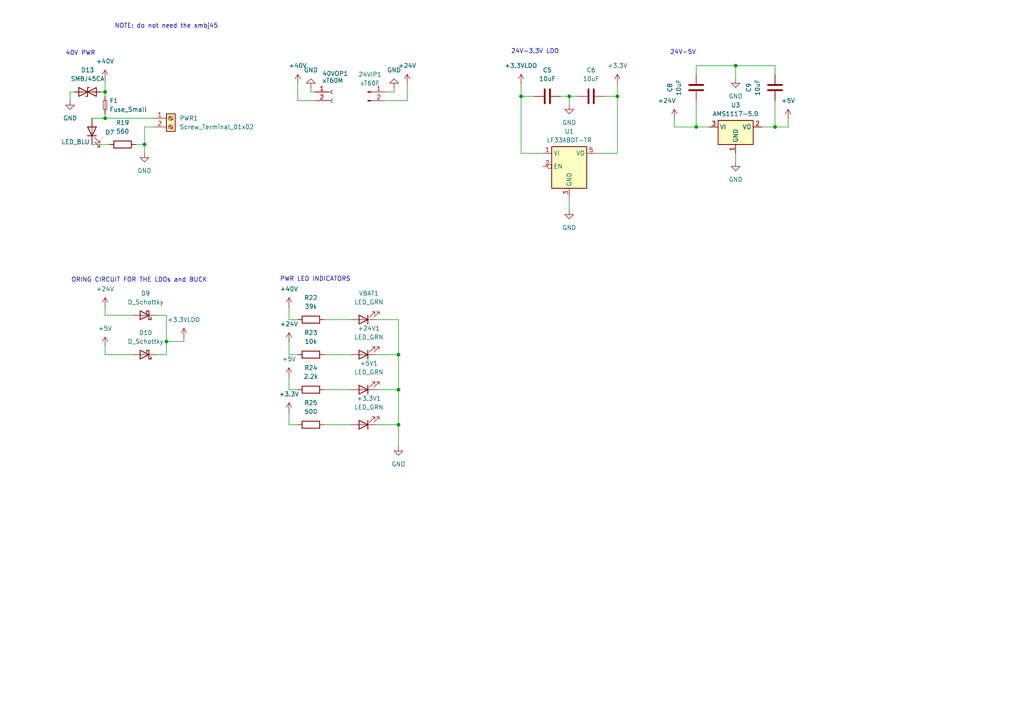
<source format=kicad_sch>
(kicad_sch (version 20231120) (generator "eeschema") (generator_version "8.0")
  (paper "A4")
  (lib_symbols
    (symbol "Connector:Conn_01x02_Pin" (pin_names (offset 1.016) hide)
      (property "Reference" "J" (at 0 2.54 0))
      (property "Value" "Conn_01x02_Pin" (at 0 -5.08 0))
      (symbol "Conn_01x02_Pin_1_1"
        (polyline (pts (xy 1.27 -2.54) (xy 0.8636 -2.54)) (stroke (width 0.1524)))
        (polyline (pts (xy 1.27 0) (xy 0.8636 0)) (stroke (width 0.1524)))
        (rectangle (start 0.8636 -2.413) (end 0 -2.667) (stroke (width 0.1524)) (fill (type outline)))
        (rectangle (start 0.8636 0.127) (end 0 -0.127) (stroke (width 0.1524)) (fill (type outline)))
        (pin passive line (at 5.08 0 180) (length 3.81) (name "Pin_1") (number "1"))
        (pin passive line (at 5.08 -2.54 180) (length 3.81) (name "Pin_2") (number "2"))
      )
    )
    (symbol "Connector:Conn_01x02_Socket" (pin_names (offset 1.016) hide)
      (property "Reference" "J" (at 0 2.54 0))
      (property "Value" "Conn_01x02_Socket" (at 0 -5.08 0))
      (symbol "Conn_01x02_Socket_1_1"
        (arc (start 0 -2.032) (mid -0.5058 -2.54) (end 0 -3.048) (stroke (width 0.1524)))
        (polyline (pts (xy -1.27 -2.54) (xy -0.508 -2.54)) (stroke (width 0.1524)))
        (polyline (pts (xy -1.27 0) (xy -0.508 0)) (stroke (width 0.1524)))
        (arc (start 0 0.508) (mid -0.5058 0) (end 0 -0.508) (stroke (width 0.1524)))
        (pin passive line (at -5.08 0 0) (length 3.81) (name "Pin_1") (number "1"))
        (pin passive line (at -5.08 -2.54 0) (length 3.81) (name "Pin_2") (number "2"))
      )
    )
    (symbol "Connector:Screw_Terminal_01x02" (pin_names (offset 1.016) hide)
      (property "Reference" "J" (at 0 2.54 0))
      (property "Value" "Screw_Terminal_01x02" (at 0 -5.08 0))
      (symbol "Screw_Terminal_01x02_1_1"
        (rectangle (start -1.27 1.27) (end 1.27 -3.81) (stroke (width 0.254)) (fill (type background)))
        (circle (center 0 -2.54) (radius 0.635) (stroke (width 0.1524)))
        (polyline (pts (xy -0.5334 -2.2098) (xy 0.3302 -3.048)) (stroke (width 0.1524)))
        (polyline (pts (xy -0.5334 0.3302) (xy 0.3302 -0.508)) (stroke (width 0.1524)))
        (polyline (pts (xy -0.3556 -2.032) (xy 0.508 -2.8702)) (stroke (width 0.1524)))
        (polyline (pts (xy -0.3556 0.508) (xy 0.508 -0.3302)) (stroke (width 0.1524)))
        (circle (center 0 0) (radius 0.635) (stroke (width 0.1524)))
        (pin passive line (at -5.08 0 0) (length 3.81) (name "Pin_1") (number "1"))
        (pin passive line (at -5.08 -2.54 0) (length 3.81) (name "Pin_2") (number "2"))
      )
    )
    (symbol "Device:C" (pin_numbers hide) (pin_names (offset 0.254))
      (property "Reference" "C" (at 0.635 2.54 0))
      (property "Value" "C" (at 0.635 -2.54 0))
      (symbol "C_0_1"
        (polyline (pts (xy -2.032 -0.762) (xy 2.032 -0.762)) (stroke (width 0.508)))
        (polyline (pts (xy -2.032 0.762) (xy 2.032 0.762)) (stroke (width 0.508)))
      )
      (symbol "C_1_1"
        (pin passive line (at 0 3.81 270) (length 2.794) (name "~") (number "1"))
        (pin passive line (at 0 -3.81 90) (length 2.794) (name "~") (number "2"))
      )
    )
    (symbol "Device:D_Schottky" (pin_numbers hide) (pin_names (offset 1.016) hide)
      (property "Reference" "D" (at 0 2.54 0))
      (property "Value" "D_Schottky" (at 0 -2.54 0))
      (symbol "D_Schottky_0_1"
        (polyline (pts (xy 1.27 0) (xy -1.27 0)))
        (polyline (pts (xy 1.27 1.27) (xy 1.27 -1.27) (xy -1.27 0) (xy 1.27 1.27)) (stroke (width 0.254)))
        (polyline (pts (xy -1.905 0.635) (xy -1.905 1.27) (xy -1.27 1.27) (xy -1.27 -1.27) (xy -0.635 -1.27) (xy -0.635 -0.635)) (stroke (width 0.254)))
      )
      (symbol "D_Schottky_1_1"
        (pin passive line (at -3.81 0 0) (length 2.54) (name "K") (number "1"))
        (pin passive line (at 3.81 0 180) (length 2.54) (name "A") (number "2"))
      )
    )
    (symbol "Device:D_TVS" (pin_numbers hide) (pin_names (offset 1.016) hide)
      (property "Reference" "D" (at 0 2.54 0))
      (property "Value" "D_TVS" (at 0 -2.54 0))
      (symbol "D_TVS_0_1"
        (polyline (pts (xy 1.27 0) (xy -1.27 0)))
        (polyline (pts (xy 0.508 1.27) (xy 0 1.27) (xy 0 -1.27) (xy -0.508 -1.27)) (stroke (width 0.254)))
        (polyline (pts (xy -2.54 1.27) (xy -2.54 -1.27) (xy 2.54 1.27) (xy 2.54 -1.27) (xy -2.54 1.27)) (stroke (width 0.254)))
      )
      (symbol "D_TVS_1_1"
        (pin passive line (at -3.81 0 0) (length 2.54) (name "A1") (number "1"))
        (pin passive line (at 3.81 0 180) (length 2.54) (name "A2") (number "2"))
      )
    )
    (symbol "Device:Fuse_Small" (pin_numbers hide) (pin_names (offset 0.254) hide)
      (property "Reference" "F" (at 0 -1.524 0))
      (property "Value" "Fuse_Small" (at 0 1.524 0))
      (symbol "Fuse_Small_0_1"
        (rectangle (start -1.27 0.508) (end 1.27 -0.508))
        (polyline (pts (xy -1.27 0) (xy 1.27 0)))
      )
      (symbol "Fuse_Small_1_1"
        (pin passive line (at -2.54 0 0) (length 1.27) (name "~") (number "1"))
        (pin passive line (at 2.54 0 180) (length 1.27) (name "~") (number "2"))
      )
    )
    (symbol "Device:LED" (pin_numbers hide) (pin_names (offset 1.016) hide)
      (property "Reference" "D" (at 0 2.54 0))
      (property "Value" "LED" (at 0 -2.54 0))
      (symbol "LED_0_1"
        (polyline (pts (xy -1.27 -1.27) (xy -1.27 1.27)) (stroke (width 0.254)))
        (polyline (pts (xy -1.27 0) (xy 1.27 0)))
        (polyline (pts (xy 1.27 -1.27) (xy 1.27 1.27) (xy -1.27 0) (xy 1.27 -1.27)) (stroke (width 0.254)))
        (polyline (pts (xy -3.048 -0.762) (xy -4.572 -2.286) (xy -3.81 -2.286) (xy -4.572 -2.286) (xy -4.572 -1.524)))
        (polyline (pts (xy -1.778 -0.762) (xy -3.302 -2.286) (xy -2.54 -2.286) (xy -3.302 -2.286) (xy -3.302 -1.524)))
      )
      (symbol "LED_1_1"
        (pin passive line (at -3.81 0 0) (length 2.54) (name "K") (number "1"))
        (pin passive line (at 3.81 0 180) (length 2.54) (name "A") (number "2"))
      )
    )
    (symbol "Device:R" (pin_numbers hide) (pin_names (offset 0))
      (property "Reference" "R" (at 2.032 0 90))
      (property "Value" "R" (at 0 0 90))
      (symbol "R_0_1"
        (rectangle (start -1.016 -2.54) (end 1.016 2.54) (stroke (width 0.254)))
      )
      (symbol "R_1_1"
        (pin passive line (at 0 3.81 270) (length 1.27) (name "~") (number "1"))
        (pin passive line (at 0 -3.81 90) (length 1.27) (name "~") (number "2"))
      )
    )
    (symbol "Regulator_Linear:AMS1117-5.0"
      (property "Reference" "U" (at -3.81 3.175 0))
      (property "Value" "AMS1117-5.0" (at 0 3.175 0))
      (symbol "AMS1117-5.0_0_1"
        (rectangle (start -5.08 -5.08) (end 5.08 1.905) (stroke (width 0.254)) (fill (type background)))
      )
      (symbol "AMS1117-5.0_1_1"
        (pin power_in line (at 0 -7.62 90) (length 2.54) (name "GND") (number "1"))
        (pin power_out line (at 7.62 0 180) (length 2.54) (name "VO") (number "2"))
        (pin power_in line (at -7.62 0 0) (length 2.54) (name "VI") (number "3"))
      )
    )
    (symbol "SJSU_common:40V-24V_BUCK"
      (property "Reference" "U" (at 0 0 0))
      (symbol "40V-24V_BUCK_0_1"
        (rectangle (start 0 -2.54) (end 20.32 -20.32))
      )
      (symbol "40V-24V_BUCK_1_1"
        (pin passive line (at -3.81 -5.08 0) (length 3.81) (name "VIN") (number "1"))
        (pin passive line (at 24.13 -12.7 180) (length 3.81) (name "GND") (number "10"))
        (pin passive line (at 24.13 -15.24 180) (length 3.81) (name "GND") (number "11"))
        (pin passive line (at 24.13 -17.78 180) (length 3.81) (name "GND") (number "12"))
        (pin passive line (at -3.81 -7.62 0) (length 3.81) (name "VIN") (number "2"))
        (pin passive line (at -3.81 -10.16 0) (length 3.81) (name "VIN") (number "3"))
        (pin passive line (at -3.81 -12.7 0) (length 3.81) (name "GND") (number "4"))
        (pin passive line (at -3.81 -15.24 0) (length 3.81) (name "GND") (number "5"))
        (pin passive line (at -3.81 -17.78 0) (length 3.81) (name "GND") (number "6"))
        (pin passive line (at 24.13 -5.08 180) (length 3.81) (name "VOUT") (number "7"))
        (pin passive line (at 24.13 -7.62 180) (length 3.81) (name "VOUT") (number "8"))
        (pin passive line (at 24.13 -10.16 180) (length 3.81) (name "VOUT") (number "9"))
      )
    )
    (symbol "SJSU_common:LF33CPT-TR"
      (property "Reference" "U" (at -4.572 0 0))
      (property "Value" "LF33CPT-TR" (at 5.334 0 0))
      (symbol "LF33CPT-TR_0_1"
        (rectangle (start -5.08 -1.905) (end 5.08 -13.97) (stroke (width 0.254)) (fill (type background)))
      )
      (symbol "LF33CPT-TR_1_1"
        (pin power_in line (at -7.62 -3.81 0) (length 2.54) (name "VI") (number "1"))
        (pin input inverted (at -7.62 -7.62 0) (length 2.54) (name "EN") (number "2"))
        (pin power_in line (at 0 -16.51 90) (length 2.54) (name "GND") (number "3"))
        (pin power_out line (at 7.62 -3.81 180) (length 2.54) (name "VO") (number "5"))
      )
    )
    (symbol "power:+24V" (power) (pin_numbers hide) (pin_names (offset 0) hide)
      (property "Value" "+24V" (at 0 3.556 0))
      (symbol "+24V_0_1"
        (polyline (pts (xy -0.762 1.27) (xy 0 2.54)))
        (polyline (pts (xy 0 0) (xy 0 2.54)))
        (polyline (pts (xy 0 2.54) (xy 0.762 1.27)))
      )
      (symbol "+24V_1_1"
        (pin power_in line (at 0 0 90) (length 0) (name "~") (number "1"))
      )
    )
    (symbol "power:+3.3V" (power) (pin_numbers hide) (pin_names (offset 0) hide)
      (property "Value" "+3.3V" (at 0 3.556 0))
      (symbol "+3.3V_0_1"
        (polyline (pts (xy -0.762 1.27) (xy 0 2.54)))
        (polyline (pts (xy 0 0) (xy 0 2.54)))
        (polyline (pts (xy 0 2.54) (xy 0.762 1.27)))
      )
      (symbol "+3.3V_1_1"
        (pin power_in line (at 0 0 90) (length 0) (name "~") (number "1"))
      )
    )
    (symbol "power:+5V" (power) (pin_numbers hide) (pin_names (offset 0) hide)
      (property "Value" "+5V" (at 0 3.556 0))
      (symbol "+5V_0_1"
        (polyline (pts (xy -0.762 1.27) (xy 0 2.54)))
        (polyline (pts (xy 0 0) (xy 0 2.54)))
        (polyline (pts (xy 0 2.54) (xy 0.762 1.27)))
      )
      (symbol "+5V_1_1"
        (pin power_in line (at 0 0 90) (length 0) (name "~") (number "1"))
      )
    )
    (symbol "power:GND" (power) (pin_numbers hide) (pin_names (offset 0) hide)
      (property "Value" "GND" (at 0 -3.81 0))
      (symbol "GND_0_1"
        (polyline (pts (xy 0 0) (xy 0 -1.27) (xy 1.27 -1.27) (xy 0 -2.54) (xy -1.27 -1.27) (xy 0 -1.27)))
      )
      (symbol "GND_1_1"
        (pin power_in line (at 0 0 270) (length 0) (name "~") (number "1"))
      )
    )
  )
  (junction (at 77.47 -27.94))
  (junction (at 151.13 27.94))
  (junction (at 77.47 -17.78))
  (junction (at 224.79 36.83))
  (junction (at 105.41 -20.32))
  (junction (at 115.57 123.19))
  (junction (at 30.48 26.67))
  (junction (at 201.93 36.83))
  (junction (at 165.1 27.94))
  (junction (at 48.26 99.06))
  (junction (at 77.47 -20.32))
  (junction (at 179.07 27.94))
  (junction (at 213.36 19.05))
  (junction (at 105.41 -17.78))
  (junction (at 105.41 -30.48))
  (junction (at 105.41 -27.94))
  (junction (at 115.57 113.03))
  (junction (at 115.57 102.87))
  (junction (at 77.47 -30.48))
  (junction (at 30.48 34.29))
  (junction (at 41.91 41.91))
  (wire (pts (xy 118.11 29.21) (xy 111.76 29.21)))
  (wire (pts (xy 20.32 26.67) (xy 20.32 29.21)))
  (wire (pts (xy 118.11 24.13) (xy 118.11 29.21)))
  (wire (pts (xy 213.36 19.05) (xy 224.79 19.05)))
  (wire (pts (xy 105.41 -17.78) (xy 105.41 -12.7)))
  (wire (pts (xy 179.07 27.94) (xy 179.07 44.45)))
  (wire (pts (xy 41.91 41.91) (xy 41.91 44.45)))
  (wire (pts (xy 151.13 24.13) (xy 151.13 27.94)))
  (wire (pts (xy 162.56 27.94) (xy 165.1 27.94)))
  (wire (pts (xy 213.36 22.86) (xy 213.36 19.05)))
  (wire (pts (xy 48.26 91.44) (xy 48.26 99.06)))
  (wire (pts (xy 105.41 -22.86) (xy 105.41 -20.32)))
  (wire (pts (xy 224.79 36.83) (xy 224.79 29.21)))
  (wire (pts (xy 77.47 -17.78) (xy 77.47 -12.7)))
  (wire (pts (xy 83.82 109.22) (xy 83.82 113.03)))
  (wire (pts (xy 77.47 -27.94) (xy 77.47 -25.4)))
  (wire (pts (xy 93.98 123.19) (xy 101.6 123.19)))
  (wire (pts (xy 115.57 113.03) (xy 115.57 123.19)))
  (wire (pts (xy 30.48 26.67) (xy 30.48 27.94)))
  (wire (pts (xy 30.48 102.87) (xy 30.48 100.33)))
  (wire (pts (xy 109.22 123.19) (xy 115.57 123.19)))
  (wire (pts (xy 30.48 91.44) (xy 38.1 91.44)))
  (wire (pts (xy 201.93 19.05) (xy 201.93 21.59)))
  (wire (pts (xy 93.98 92.71) (xy 101.6 92.71)))
  (wire (pts (xy 53.34 99.06) (xy 53.34 97.79)))
  (wire (pts (xy 77.47 -33.02) (xy 77.47 -30.48)))
  (wire (pts (xy 165.1 27.94) (xy 165.1 30.48)))
  (wire (pts (xy 21.59 26.67) (xy 20.32 26.67)))
  (wire (pts (xy 224.79 21.59) (xy 224.79 19.05)))
  (wire (pts (xy 83.82 99.06) (xy 83.82 102.87)))
  (wire (pts (xy 105.41 -27.94) (xy 105.41 -25.4)))
  (wire (pts (xy 44.45 36.83) (xy 41.91 36.83)))
  (wire (pts (xy 44.45 34.29) (xy 30.48 34.29)))
  (wire (pts (xy 39.37 41.91) (xy 41.91 41.91)))
  (wire (pts (xy 90.17 25.4) (xy 90.17 26.67)))
  (wire (pts (xy 30.48 22.86) (xy 30.48 26.67)))
  (wire (pts (xy 105.41 -20.32) (xy 105.41 -17.78)))
  (wire (pts (xy 26.67 34.29) (xy 30.48 34.29)))
  (wire (pts (xy 213.36 44.45) (xy 213.36 46.99)))
  (wire (pts (xy 45.72 91.44) (xy 48.26 91.44)))
  (wire (pts (xy 48.26 102.87) (xy 45.72 102.87)))
  (wire (pts (xy 165.1 57.15) (xy 165.1 60.96)))
  (wire (pts (xy 83.82 88.9) (xy 83.82 92.71)))
  (wire (pts (xy 151.13 27.94) (xy 151.13 44.45)))
  (wire (pts (xy 83.82 119.38) (xy 83.82 123.19)))
  (wire (pts (xy 179.07 24.13) (xy 179.07 27.94)))
  (wire (pts (xy 83.82 92.71) (xy 86.36 92.71)))
  (wire (pts (xy 77.47 -20.32) (xy 77.47 -17.78)))
  (wire (pts (xy 115.57 123.19) (xy 115.57 129.54)))
  (wire (pts (xy 151.13 44.45) (xy 157.48 44.45)))
  (wire (pts (xy 77.47 -22.86) (xy 77.47 -20.32)))
  (wire (pts (xy 175.26 27.94) (xy 179.07 27.94)))
  (wire (pts (xy 26.67 41.91) (xy 31.75 41.91)))
  (wire (pts (xy 109.22 113.03) (xy 115.57 113.03)))
  (wire (pts (xy 201.93 19.05) (xy 213.36 19.05)))
  (wire (pts (xy 201.93 36.83) (xy 205.74 36.83)))
  (wire (pts (xy 48.26 99.06) (xy 48.26 102.87)))
  (wire (pts (xy 93.98 102.87) (xy 101.6 102.87)))
  (wire (pts (xy 38.1 102.87) (xy 30.48 102.87)))
  (wire (pts (xy 83.82 113.03) (xy 86.36 113.03)))
  (wire (pts (xy 105.41 -30.48) (xy 105.41 -27.94)))
  (wire (pts (xy 165.1 27.94) (xy 167.64 27.94)))
  (wire (pts (xy 30.48 34.29) (xy 30.48 33.02)))
  (wire (pts (xy 115.57 92.71) (xy 115.57 102.87)))
  (wire (pts (xy 224.79 36.83) (xy 228.6 36.83)))
  (wire (pts (xy 201.93 36.83) (xy 195.58 36.83)))
  (wire (pts (xy 111.76 26.67) (xy 114.3 26.67)))
  (wire (pts (xy 179.07 44.45) (xy 172.72 44.45)))
  (wire (pts (xy 86.36 24.13) (xy 86.36 29.21)))
  (wire (pts (xy 109.22 92.71) (xy 115.57 92.71)))
  (wire (pts (xy 41.91 36.83) (xy 41.91 41.91)))
  (wire (pts (xy 195.58 36.83) (xy 195.58 34.29)))
  (wire (pts (xy 83.82 123.19) (xy 86.36 123.19)))
  (wire (pts (xy 105.41 -33.02) (xy 105.41 -30.48)))
  (wire (pts (xy 90.17 26.67) (xy 91.44 26.67)))
  (wire (pts (xy 114.3 26.67) (xy 114.3 25.4)))
  (wire (pts (xy 220.98 36.83) (xy 224.79 36.83)))
  (wire (pts (xy 228.6 36.83) (xy 228.6 34.29)))
  (wire (pts (xy 201.93 29.21) (xy 201.93 36.83)))
  (wire (pts (xy 77.47 -30.48) (xy 77.47 -27.94)))
  (wire (pts (xy 48.26 99.06) (xy 53.34 99.06)))
  (wire (pts (xy 109.22 102.87) (xy 115.57 102.87)))
  (wire (pts (xy 93.98 113.03) (xy 101.6 113.03)))
  (wire (pts (xy 30.48 88.9) (xy 30.48 91.44)))
  (wire (pts (xy 115.57 102.87) (xy 115.57 113.03)))
  (wire (pts (xy 83.82 102.87) (xy 86.36 102.87)))
  (wire (pts (xy 29.21 26.67) (xy 30.48 26.67)))
  (wire (pts (xy 86.36 29.21) (xy 91.44 29.21)))
  (wire (pts (xy 151.13 27.94) (xy 154.94 27.94)))
  (text "24V-3.3V LDO\n" (at 155.194 14.986 0) (effects (font (size 1.27 1.27))))
  (text "24V-5V" (at 198.12 15.24 0) (effects (font (size 1.27 1.27))))
  (text "POWER checklist:\nDONE\n" (at 26.416 -3.556 0) (effects (font (size 1.27 1.27))))
  (text "40V-24V BUCK\n" (at 75.438 -40.64 0) (effects (font (size 1.27 1.27))))
  (text "ORING CIRCUIT FOR THE LDOs and BUCK\n" (at 40.386 81.28 0) (effects (font (size 1.27 1.27))))
  (text "40V PWR\n" (at 23.368 15.494 0) (effects (font (size 1.27 1.27))))
  (text "NOTE: do not need the smbj45" (at 48.26 7.62 0) (effects (font (size 1.27 1.27))))
  (text "PWR LED INDICATORS\n" (at 91.44 81.026 0) (effects (font (size 1.27 1.27))))
  (symbol (lib_id "power:+24V") (at 30.48 88.9 0) (unit 1)
    (property "Reference" "#PWR070" (effects (hide yes)))
    (property "Value" "+24V" (at 30.48 83.82 0))
    (property "Description" "Power symbol creates a global label with name \"+24V\"" (effects (hide yes)))
  )
  (symbol (lib_id "SJSU_common:LF33CPT-TR") (at 165.1 40.64 0) (unit 1)
    (property "Reference" "U1" (at 165.1 38.1 0))
    (property "Value" "LF33ABDT-TR" (at 165.1 40.64 0))
    (property "Footprint" "SJSU_common:TO-252AD" (effects (hide yes)))
    (property "Datasheet" "https://www.st.com/content/ccc/resource/technical/document/datasheet/c4/0e/7e/2a/be/bc/4c/bd/CD00000546.pdf/files/CD00000546.pdf/jcr:content/translations/en.CD00000546.pdf" (effects (hide yes)))
    (property "Description" "IC REG LINEAR 3.3V 500MA PPAK" (effects (hide yes)))
  )
  (symbol (lib_id "power:GND") (at 90.17 25.4 180) (unit 1)
    (property "Reference" "#PWR0108" (effects (hide yes)))
    (property "Value" "GND" (at 90.17 20.32 0))
    (property "Description" "Power symbol creates a global label with name \"GND\" , ground" (effects (hide yes)))
  )
  (symbol (lib_id "power:+24V") (at 83.82 99.06 0) (unit 1)
    (property "Reference" "#PWR086" (effects (hide yes)))
    (property "Value" "+24V" (at 83.82 93.98 0))
    (property "Description" "Power symbol creates a global label with name \"+24V\"" (effects (hide yes)))
  )
  (symbol (lib_id "Connector:Screw_Terminal_01x02") (at 49.53 34.29 0) (unit 1)
    (property "Reference" "PWR1" (at 52.07 34.2899 0) (effects (justify left)))
    (property "Value" "Screw_Terminal_01x02" (at 52.07 36.8299 0) (effects (justify left)))
    (property "Footprint" "TerminalBlock:TerminalBlock_Xinya_XY308-2.54-2P_1x02_P2.54mm_Horizontal" (effects (hide yes)))
    (property "Description" "Generic screw terminal, single row, 01x02, script generated (kicad-library-utils/schlib/autogen/connector/)" (effects (hide yes)))
  )
  (symbol (lib_id "power:+24V") (at 77.47 -33.02 0) (unit 1)
    (property "Reference" "#PWR025" (effects (hide yes)))
    (property "Value" "+40V" (at 77.47 -38.1 0))
    (property "Description" "Power symbol creates a global label with name \"+24V\"" (effects (hide yes)))
  )
  (symbol (lib_id "power:+5V") (at 30.48 100.33 0) (unit 1)
    (property "Reference" "#PWR071" (effects (hide yes)))
    (property "Value" "+5V" (at 30.48 95.25 0))
    (property "Description" "Power symbol creates a global label with name \"+5V\"" (effects (hide yes)))
  )
  (symbol (lib_id "power:+3.3V") (at 53.34 97.79 0) (unit 1)
    (property "Reference" "#PWR069" (effects (hide yes)))
    (property "Value" "+3.3VLDO" (at 48.514 92.71 0) (effects (justify left)))
    (property "Description" "Power symbol creates a global label with name \"+3.3V\"" (effects (hide yes)))
  )
  (symbol (lib_id "Device:D_Schottky") (at 41.91 102.87 180) (unit 1)
    (property "Reference" "D10" (at 42.2275 96.52 0))
    (property "Value" "D_Schottky" (at 42.2275 99.06 0))
    (property "Footprint" "Diode_SMD:D_SMA" (effects (hide yes)))
    (property "Description" "Schottky diode" (effects (hide yes)))
  )
  (symbol (lib_id "Device:LED") (at 26.67 38.1 90) (unit 1)
    (property "Reference" "D7" (at 30.48 38.4174 90) (effects (justify right)))
    (property "Value" "LED_BLU" (at 17.78 41.148 90) (effects (justify right)))
    (property "Footprint" "LED_SMD:LED_0603_1608Metric" (effects (hide yes)))
    (property "Description" "Light emitting diode" (effects (hide yes)))
  )
  (symbol (lib_id "power:GND") (at 114.3 25.4 180) (unit 1)
    (property "Reference" "#PWR0107" (effects (hide yes)))
    (property "Value" "GND" (at 114.3 20.32 0))
    (property "Description" "Power symbol creates a global label with name \"GND\" , ground" (effects (hide yes)))
  )
  (symbol (lib_id "power:+24V") (at 83.82 88.9 0) (unit 1)
    (property "Reference" "#PWR085" (effects (hide yes)))
    (property "Value" "+40V" (at 83.82 83.82 0))
    (property "Description" "Power symbol creates a global label with name \"+24V\"" (effects (hide yes)))
  )
  (symbol (lib_id "power:+3.3V") (at 83.82 119.38 0) (unit 1)
    (property "Reference" "#PWR088" (effects (hide yes)))
    (property "Value" "+3.3V" (at 83.82 114.3 0))
    (property "Description" "Power symbol creates a global label with name \"+3.3V\"" (effects (hide yes)))
  )
  (symbol (lib_id "power:+3.3V") (at 179.07 24.13 0) (unit 1)
    (property "Reference" "#PWR064" (effects (hide yes)))
    (property "Value" "+3.3V" (at 179.07 19.05 0))
    (property "Description" "Power symbol creates a global label with name \"+3.3V\"" (effects (hide yes)))
  )
  (symbol (lib_id "power:+24V") (at 105.41 -33.02 0) (unit 1)
    (property "Reference" "#PWR0102" (effects (hide yes)))
    (property "Value" "+24V" (at 105.41 -38.1 0))
    (property "Description" "Power symbol creates a global label with name \"+24V\"" (effects (hide yes)))
  )
  (symbol (lib_id "power:GND") (at 77.47 -12.7 0) (unit 1)
    (property "Reference" "#PWR0103" (effects (hide yes)))
    (property "Value" "GND" (at 77.47 -7.62 0))
    (property "Description" "Power symbol creates a global label with name \"GND\" , ground" (effects (hide yes)))
  )
  (symbol (lib_id "power:GND") (at 165.1 60.96 0) (unit 1)
    (property "Reference" "#PWR062" (effects (hide yes)))
    (property "Value" "GND" (at 165.1 66.04 0))
    (property "Description" "Power symbol creates a global label with name \"GND\" , ground" (effects (hide yes)))
  )
  (symbol (lib_id "Device:C") (at 201.93 25.4 180) (unit 1)
    (property "Reference" "C8" (at 194.31 25.4 90))
    (property "Value" "10uF" (at 196.85 25.4 90))
    (property "Footprint" "Capacitor_SMD:C_0603_1608Metric" (effects (hide yes)))
    (property "Description" "Unpolarized capacitor" (effects (hide yes)))
  )
  (symbol (lib_id "Device:D_TVS") (at 25.4 26.67 0) (unit 1)
    (property "Reference" "D13" (at 25.4 20.32 0))
    (property "Value" "SMBJ45CA" (at 25.4 22.86 0))
    (property "Footprint" "Diode_SMD:D_SMB_Handsoldering" (effects (hide yes)))
    (property "Description" "Bidirectional transient-voltage-suppression diode" (effects (hide yes)))
  )
  (symbol (lib_id "power:+3.3V") (at 228.6 34.29 0) (unit 1)
    (property "Reference" "#PWR097" (effects (hide yes)))
    (property "Value" "+5V" (at 228.6 29.21 0))
    (property "Description" "Power symbol creates a global label with name \"+3.3V\"" (effects (hide yes)))
  )
  (symbol (lib_id "Device:R") (at 90.17 102.87 270) (unit 1)
    (property "Reference" "R23" (at 90.17 96.52 90))
    (property "Value" "10k" (at 90.17 99.06 90))
    (property "Footprint" "Resistor_SMD:R_0603_1608Metric" (effects (hide yes)))
    (property "Description" "Resistor" (effects (hide yes)))
  )
  (symbol (lib_id "Device:R") (at 35.56 41.91 270) (unit 1)
    (property "Reference" "R19" (at 35.56 35.56 90))
    (property "Value" "560" (at 35.56 38.1 90))
    (property "Footprint" "Resistor_SMD:R_0603_1608Metric" (effects (hide yes)))
    (property "Description" "Resistor" (effects (hide yes)))
  )
  (symbol (lib_id "Connector:Conn_01x02_Socket") (at 96.52 26.67 0) (unit 1)
    (property "Reference" "40VOP1" (at 93.472 21.336 0) (effects (justify left)))
    (property "Value" "xT60M" (at 93.472 23.368 0) (effects (justify left)))
    (property "Footprint" "Connector_AMASS:AMASS_XT60PW-M_1x02_P7.20mm_Horizontal" (effects (hide yes)))
    (property "Description" "Generic connector, single row, 01x02, script generated" (effects (hide yes)))
  )
  (symbol (lib_id "Device:LED") (at 105.41 123.19 180) (unit 1)
    (property "Reference" "+3.3V1" (at 106.9975 115.57 0))
    (property "Value" "LED_GRN" (at 106.9975 118.11 0))
    (property "Footprint" "LED_SMD:LED_0805_2012Metric" (effects (hide yes)))
    (property "Description" "Light emitting diode" (effects (hide yes)))
  )
  (symbol (lib_id "Regulator_Linear:AMS1117-5.0") (at 213.36 36.83 0) (unit 1)
    (property "Reference" "U3" (at 213.36 30.48 0))
    (property "Value" "AMS1117-5.0" (at 213.36 33.02 0))
    (property "Footprint" "Package_TO_SOT_SMD:SOT-223-3_TabPin2" (effects (hide yes)))
    (property "Datasheet" "http://www.advanced-monolithic.com/pdf/ds1117.pdf" (effects (hide yes)))
    (property "Description" "1A Low Dropout regulator, positive, 5.0V fixed output, SOT-223" (effects (hide yes)))
  )
  (symbol (lib_id "power:+5V") (at 83.82 109.22 0) (unit 1)
    (property "Reference" "#PWR087" (effects (hide yes)))
    (property "Value" "+5V" (at 83.82 104.14 0))
    (property "Description" "Power symbol creates a global label with name \"+5V\"" (effects (hide yes)))
  )
  (symbol (lib_id "power:+3.3V") (at 151.13 24.13 0) (unit 1)
    (property "Reference" "#PWR063" (effects (hide yes)))
    (property "Value" "+3.3VLDO" (at 146.304 19.05 0) (effects (justify left)))
    (property "Description" "Power symbol creates a global label with name \"+3.3V\"" (effects (hide yes)))
  )
  (symbol (lib_id "power:GND") (at 213.36 22.86 0) (unit 1)
    (property "Reference" "#PWR095" (effects (hide yes)))
    (property "Value" "GND" (at 213.36 27.94 0))
    (property "Description" "Power symbol creates a global label with name \"GND\" , ground" (effects (hide yes)))
  )
  (symbol (lib_id "Device:Fuse_Small") (at 30.48 30.48 270) (unit 1)
    (property "Reference" "F1" (at 31.75 29.2099 90) (effects (justify left)))
    (property "Value" "Fuse_Small" (at 31.75 31.7499 90) (effects (justify left)))
    (property "Footprint" "Fuse:Fuseholder_Littelfuse_Nano2_154x" (effects (hide yes)))
    (property "Description" "Fuse, small symbol" (effects (hide yes)))
  )
  (symbol (lib_id "power:GND") (at 41.91 44.45 0) (unit 1)
    (property "Reference" "#PWR061" (effects (hide yes)))
    (property "Value" "GND" (at 41.91 49.53 0))
    (property "Description" "Power symbol creates a global label with name \"GND\" , ground" (effects (hide yes)))
  )
  (symbol (lib_id "power:+24V") (at 118.11 24.13 0) (unit 1)
    (property "Reference" "#PWR0106" (effects (hide yes)))
    (property "Value" "+24V" (at 118.11 19.05 0))
    (property "Description" "Power symbol creates a global label with name \"+24V\"" (effects (hide yes)))
  )
  (symbol (lib_id "power:+24V") (at 86.36 24.13 0) (unit 1)
    (property "Reference" "#PWR0105" (effects (hide yes)))
    (property "Value" "+40V" (at 86.36 19.05 0))
    (property "Description" "Power symbol creates a global label with name \"+24V\"" (effects (hide yes)))
  )
  (symbol (lib_id "Device:LED") (at 105.41 102.87 180) (unit 1)
    (property "Reference" "+24V1" (at 106.9975 95.25 0))
    (property "Value" "LED_GRN" (at 106.9975 97.79 0))
    (property "Footprint" "LED_SMD:LED_0805_2012Metric" (effects (hide yes)))
    (property "Description" "Light emitting diode" (effects (hide yes)))
  )
  (symbol (lib_id "Connector:Conn_01x02_Pin") (at 106.68 26.67 0) (unit 1)
    (property "Reference" "24VIP1" (at 107.315 21.59 0))
    (property "Value" "xT60F" (at 107.315 24.13 0))
    (property "Footprint" "Connector_AMASS:AMASS_XT60PW-F_1x02_P7.20mm_Horizontal" (effects (hide yes)))
    (property "Description" "Generic connector, single row, 01x02, script generated" (effects (hide yes)))
  )
  (symbol (lib_id "SJSU_common:40V-24V_BUCK") (at 81.28 -35.56 0) (unit 1)
    (property "Reference" "U4" (at 91.44 -36.83 0))
    (property "Value" "~" (at 91.44 -34.29 0))
    (property "Footprint" "SJSU_common:40V-24V BUCK" (effects (hide yes)))
  )
  (symbol (lib_id "power:GND") (at 115.57 129.54 0) (unit 1)
    (property "Reference" "#PWR084" (effects (hide yes)))
    (property "Value" "GND" (at 115.57 134.62 0))
    (property "Description" "Power symbol creates a global label with name \"GND\" , ground" (effects (hide yes)))
  )
  (symbol (lib_id "power:GND") (at 165.1 30.48 0) (unit 1)
    (property "Reference" "#PWR067" (effects (hide yes)))
    (property "Value" "GND" (at 165.1 35.56 0))
    (property "Description" "Power symbol creates a global label with name \"GND\" , ground" (effects (hide yes)))
  )
  (symbol (lib_id "Device:C") (at 158.75 27.94 90) (unit 1)
    (property "Reference" "C5" (at 158.75 20.32 90))
    (property "Value" "10uF" (at 158.75 22.86 90))
    (property "Footprint" "Capacitor_SMD:C_0603_1608Metric" (effects (hide yes)))
    (property "Description" "Unpolarized capacitor" (effects (hide yes)))
  )
  (symbol (lib_id "power:+3.3V") (at 195.58 34.29 0) (unit 1)
    (property "Reference" "#PWR096" (effects (hide yes)))
    (property "Value" "+24V" (at 190.754 29.21 0) (effects (justify left)))
    (property "Description" "Power symbol creates a global label with name \"+3.3V\"" (effects (hide yes)))
  )
  (symbol (lib_id "power:GND") (at 105.41 -12.7 0) (unit 1)
    (property "Reference" "#PWR0104" (effects (hide yes)))
    (property "Value" "GND" (at 105.41 -7.62 0))
    (property "Description" "Power symbol creates a global label with name \"GND\" , ground" (effects (hide yes)))
  )
  (symbol (lib_id "power:GND") (at 213.36 46.99 0) (unit 1)
    (property "Reference" "#PWR094" (effects (hide yes)))
    (property "Value" "GND" (at 213.36 52.07 0))
    (property "Description" "Power symbol creates a global label with name \"GND\" , ground" (effects (hide yes)))
  )
  (symbol (lib_id "Device:C") (at 224.79 25.4 180) (unit 1)
    (property "Reference" "C9" (at 217.17 25.4 90))
    (property "Value" "10uF" (at 219.71 25.4 90))
    (property "Footprint" "Capacitor_SMD:C_0603_1608Metric" (effects (hide yes)))
    (property "Description" "Unpolarized capacitor" (effects (hide yes)))
  )
  (symbol (lib_id "power:+24V") (at 30.48 22.86 0) (unit 1)
    (property "Reference" "#PWR013" (effects (hide yes)))
    (property "Value" "+40V" (at 30.48 17.78 0))
    (property "Description" "Power symbol creates a global label with name \"+24V\"" (effects (hide yes)))
  )
  (symbol (lib_id "Device:LED") (at 105.41 92.71 180) (unit 1)
    (property "Reference" "VBAT1" (at 106.9975 85.09 0))
    (property "Value" "LED_GRN" (at 106.9975 87.63 0))
    (property "Footprint" "LED_SMD:LED_0805_2012Metric" (effects (hide yes)))
    (property "Description" "Light emitting diode" (effects (hide yes)))
  )
  (symbol (lib_id "Device:C") (at 171.45 27.94 90) (unit 1)
    (property "Reference" "C6" (at 171.45 20.32 90))
    (property "Value" "10uF" (at 171.45 22.86 90))
    (property "Footprint" "Capacitor_SMD:C_0603_1608Metric" (effects (hide yes)))
    (property "Description" "Unpolarized capacitor" (effects (hide yes)))
  )
  (symbol (lib_id "Device:LED") (at 105.41 113.03 180) (unit 1)
    (property "Reference" "+5V1" (at 106.9975 105.41 0))
    (property "Value" "LED_GRN" (at 106.9975 107.95 0))
    (property "Footprint" "LED_SMD:LED_0805_2012Metric" (effects (hide yes)))
    (property "Description" "Light emitting diode" (effects (hide yes)))
  )
  (symbol (lib_id "Device:R") (at 90.17 92.71 270) (unit 1)
    (property "Reference" "R22" (at 90.17 86.36 90))
    (property "Value" "39k" (at 90.17 88.9 90))
    (property "Footprint" "Resistor_SMD:R_0603_1608Metric" (effects (hide yes)))
    (property "Description" "Resistor" (effects (hide yes)))
  )
  (symbol (lib_id "Device:R") (at 90.17 123.19 270) (unit 1)
    (property "Reference" "R25" (at 90.17 116.84 90))
    (property "Value" "500" (at 90.17 119.38 90))
    (property "Footprint" "Resistor_SMD:R_0603_1608Metric" (effects (hide yes)))
    (property "Description" "Resistor" (effects (hide yes)))
  )
  (symbol (lib_id "Device:R") (at 90.17 113.03 270) (unit 1)
    (property "Reference" "R24" (at 90.17 106.68 90))
    (property "Value" "2.2k" (at 90.17 109.22 90))
    (property "Footprint" "Resistor_SMD:R_0603_1608Metric" (effects (hide yes)))
    (property "Description" "Resistor" (effects (hide yes)))
  )
  (symbol (lib_id "power:GND") (at 20.32 29.21 0) (unit 1)
    (property "Reference" "#PWR068" (effects (hide yes)))
    (property "Value" "GND" (at 20.32 34.29 0))
    (property "Description" "Power symbol creates a global label with name \"GND\" , ground" (effects (hide yes)))
  )
  (symbol (lib_id "Device:D_Schottky") (at 41.91 91.44 180) (unit 1)
    (property "Reference" "D9" (at 42.2275 85.09 0))
    (property "Value" "D_Schottky" (at 42.2275 87.63 0))
    (property "Footprint" "Diode_SMD:D_SMA" (effects (hide yes)))
    (property "Description" "Schottky diode" (effects (hide yes)))
  )
)
</source>
